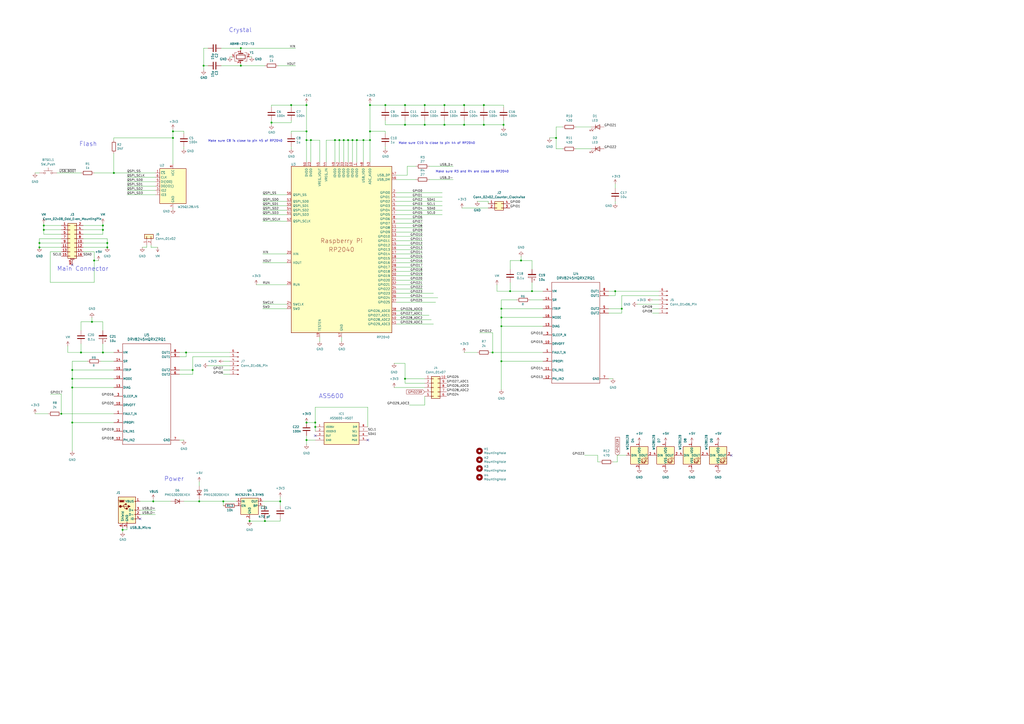
<source format=kicad_sch>
(kicad_sch (version 20250114) (generator "eeschema") (generator_version "9.0")
  (paper "A2")
  (title_block (title "RP2040 Minimal Design Example") (date "2024-01-16") (rev "REV2") (company "Raspberry Pi Ltd"))
  (text "Power" (at 95.25 279.4 0) (effects (font (size 2.54 2.54)) (justify left bottom)))
  (text "Crystal" (at 132.715 19.05 0) (effects (font (size 2.54 2.54)) (justify left bottom)))
  (text "Make sure C8 is close to pin 45 of RP2040" (at 120.65 82.55 0) (effects (font (size 1.27 1.27)) (justify left bottom)))
  (text "Make sure C10 is close to pin 44 of RP2040" (at 231.14 83.82 0) (effects (font (size 1.27 1.27)) (justify left bottom)))
  (text "Main Connector" (at 33.02 157.48 0) (effects (font (size 2.54 2.54)) (justify left bottom)))
  (text "Make sure R3 and R4 are close to RP2040" (at 252.73 100.33 0) (effects (font (size 1.27 1.27)) (justify left bottom)))
  (text "AS5600" (at 184.912 231.394 0) (effects (font (size 2.54 2.54)) (justify left bottom)))
  (text "Flash" (at 45.974 85.09 0) (effects (font (size 2.54 2.54)) (justify left bottom)))
  (junction (at 153.67 302.26))
  (junction (at 201.93 81.28))
  (junction (at 182.88 245.11))
  (junction (at 199.39 81.28))
  (junction (at 290.83 179.07))
  (junction (at 22.86 143.51))
  (junction (at 62.23 140.97))
  (junction (at 100.33 80.01))
  (junction (at 46.99 204.47))
  (junction (at 177.8 76.2))
  (junction (at 356.87 168.91))
  (junction (at 214.63 76.2))
  (junction (at 59.69 133.35))
  (junction (at 168.91 60.96))
  (junction (at 35.56 240.03))
  (junction (at 118.11 38.1))
  (junction (at 223.52 60.96))
  (junction (at 246.38 72.39))
  (junction (at 257.81 60.96))
  (junction (at 290.83 184.15))
  (junction (at 139.7 27.94))
  (junction (at 246.38 60.96))
  (junction (at 177.8 81.28))
  (junction (at 41.91 219.71))
  (junction (at 53.34 186.69))
  (junction (at 322.58 80.01))
  (junction (at 180.34 81.28))
  (junction (at 204.47 81.28))
  (junction (at 157.48 71.12))
  (junction (at 295.91 168.91))
  (junction (at 41.91 214.63))
  (junction (at 285.75 204.47))
  (junction (at 280.67 60.96))
  (junction (at 290.83 209.55))
  (junction (at 41.91 245.11))
  (junction (at 292.1 72.39))
  (junction (at 139.7 38.1))
  (junction (at 302.26 151.13))
  (junction (at 234.95 219.71))
  (junction (at 22.86 140.97))
  (junction (at 88.9 290.83))
  (junction (at 162.56 290.83))
  (junction (at 257.81 72.39))
  (junction (at 41.91 224.79))
  (junction (at 129.54 290.83))
  (junction (at 100.33 76.2))
  (junction (at 177.8 255.27))
  (junction (at 25.4 133.35))
  (junction (at 115.57 290.83))
  (junction (at 25.4 130.81))
  (junction (at 71.12 307.34))
  (junction (at 107.95 204.47))
  (junction (at 62.23 143.51))
  (junction (at 177.8 245.11))
  (junction (at 177.8 60.96))
  (junction (at 234.95 72.39))
  (junction (at 269.24 72.39))
  (junction (at 182.88 247.65))
  (junction (at 59.69 204.47))
  (junction (at 144.78 302.26))
  (junction (at 207.01 81.28))
  (junction (at 214.63 81.28))
  (junction (at 66.04 100.33))
  (junction (at 360.68 179.07))
  (junction (at 59.69 130.81))
  (junction (at 196.85 81.28))
  (junction (at 214.63 60.96))
  (junction (at 290.83 189.23))
  (junction (at 194.31 81.28))
  (junction (at 269.24 60.96))
  (junction (at 280.67 72.39))
  (junction (at 111.76 214.63))
  (junction (at 308.61 168.91))
  (junction (at 210.82 81.28))
  (junction (at 54.61 151.13))
  (junction (at 234.95 60.96))
  (no_connect (at 41.91 153.67))
  (no_connect (at 424.18 264.16))
  (no_connect (at 182.88 252.73))
  (no_connect (at 81.28 300.99))
  (no_connect (at 213.36 255.27))
  (wire (pts (xy 299.72 173.99) (xy 290.83 173.99)))
  (wire (pts (xy 177.8 81.28) (xy 177.8 93.98)))
  (wire (pts (xy 285.75 193.04) (xy 285.75 204.47)))
  (wire (pts (xy 229.87 137.16) (xy 245.11 137.16)))
  (wire (pts (xy 177.8 245.11) (xy 182.88 245.11)))
  (wire (pts (xy 267.97 120.65) (xy 283.21 120.65)))
  (wire (pts (xy 157.48 71.12) (xy 168.91 71.12)))
  (wire (pts (xy 236.22 96.52) (xy 236.22 101.6)))
  (wire (pts (xy 88.9 290.83) (xy 99.06 290.83)))
  (wire (pts (xy 237.49 234.95) (xy 246.38 234.95)))
  (wire (pts (xy 295.91 168.91) (xy 308.61 168.91)))
  (wire (pts (xy 246.38 60.96) (xy 257.81 60.96)))
  (wire (pts (xy 162.56 293.37) (xy 162.56 290.83)))
  (wire (pts (xy 269.24 204.47) (xy 276.86 204.47)))
  (wire (pts (xy 48.26 135.89) (xy 59.69 135.89)))
  (wire (pts (xy 234.95 210.82) (xy 234.95 219.71)))
  (wire (pts (xy 207.01 81.28) (xy 210.82 81.28)))
  (wire (pts (xy 41.91 219.71) (xy 66.04 219.71)))
  (wire (pts (xy 290.83 189.23) (xy 314.96 189.23)))
  (wire (pts (xy 104.14 217.17) (xy 111.76 217.17)))
  (wire (pts (xy 182.88 236.22) (xy 182.88 245.11)))
  (wire (pts (xy 290.83 179.07) (xy 290.83 184.15)))
  (wire (pts (xy 356.87 116.84) (xy 356.87 118.11)))
  (wire (pts (xy 90.17 113.03) (xy 73.66 113.03)))
  (wire (pts (xy 129.54 209.55) (xy 133.35 209.55)))
  (wire (pts (xy 246.38 62.23) (xy 246.38 60.96)))
  (wire (pts (xy 177.8 59.69) (xy 177.8 60.96)))
  (wire (pts (xy 25.4 135.89) (xy 25.4 133.35)))
  (wire (pts (xy 229.87 149.86) (xy 245.11 149.86)))
  (wire (pts (xy 322.58 86.36) (xy 326.39 86.36)))
  (wire (pts (xy 100.33 76.2) (xy 100.33 80.01)))
  (wire (pts (xy 104.14 214.63) (xy 111.76 214.63)))
  (wire (pts (xy 39.37 200.66) (xy 39.37 204.47)))
  (wire (pts (xy 25.4 129.54) (xy 25.4 130.81)))
  (wire (pts (xy 194.31 81.28) (xy 196.85 81.28)))
  (wire (pts (xy 229.87 170.18) (xy 251.46 170.18)))
  (wire (pts (xy 88.9 289.56) (xy 88.9 290.83)))
  (wire (pts (xy 229.87 104.14) (xy 241.3 104.14)))
  (wire (pts (xy 91.44 143.51) (xy 87.63 143.51)))
  (wire (pts (xy 326.39 73.66) (xy 322.58 73.66)))
  (wire (pts (xy 360.68 179.07) (xy 360.68 171.45)))
  (wire (pts (xy 53.34 184.15) (xy 53.34 186.69)))
  (wire (pts (xy 276.86 116.84) (xy 283.21 116.84)))
  (wire (pts (xy 229.87 111.76) (xy 256.54 111.76)))
  (wire (pts (xy 358.14 267.97) (xy 358.14 264.16)))
  (wire (pts (xy 318.77 80.01) (xy 322.58 80.01)))
  (wire (pts (xy 29.21 228.6) (xy 35.56 228.6)))
  (wire (pts (xy 73.66 102.87) (xy 90.17 102.87)))
  (wire (pts (xy 41.91 224.79) (xy 66.04 224.79)))
  (wire (pts (xy 100.33 74.93) (xy 100.33 76.2)))
  (wire (pts (xy 355.6 267.97) (xy 358.14 267.97)))
  (wire (pts (xy 248.92 96.52) (xy 262.89 96.52)))
  (wire (pts (xy 185.42 93.98) (xy 185.42 81.28)))
  (wire (pts (xy 35.56 140.97) (xy 22.86 140.97)))
  (wire (pts (xy 314.96 179.07) (xy 290.83 179.07)))
  (wire (pts (xy 246.38 69.85) (xy 246.38 72.39)))
  (wire (pts (xy 46.99 199.39) (xy 46.99 204.47)))
  (wire (pts (xy 229.87 116.84) (xy 256.54 116.84)))
  (wire (pts (xy 177.8 76.2) (xy 177.8 81.28)))
  (wire (pts (xy 129.54 290.83) (xy 137.16 290.83)))
  (wire (pts (xy 22.86 140.97) (xy 22.86 143.51)))
  (wire (pts (xy 133.35 33.02) (xy 134.62 33.02)))
  (wire (pts (xy 189.23 81.28) (xy 194.31 81.28)))
  (wire (pts (xy 35.56 135.89) (xy 25.4 135.89)))
  (wire (pts (xy 157.48 60.96) (xy 168.91 60.96)))
  (wire (pts (xy 302.26 151.13) (xy 308.61 151.13)))
  (wire (pts (xy 229.87 185.42) (xy 250.19 185.42)))
  (wire (pts (xy 66.04 88.9) (xy 66.04 100.33)))
  (wire (pts (xy 353.06 171.45) (xy 356.87 171.45)))
  (wire (pts (xy 29.21 146.05) (xy 29.21 163.83)))
  (wire (pts (xy 87.63 142.24) (xy 87.63 143.51)))
  (wire (pts (xy 157.48 69.85) (xy 157.48 71.12)))
  (wire (pts (xy 177.8 255.27) (xy 177.8 252.73)))
  (wire (pts (xy 334.01 73.66) (xy 342.9 73.66)))
  (wire (pts (xy 182.88 245.11) (xy 182.88 247.65)))
  (wire (pts (xy 22.86 100.33) (xy 20.32 100.33)))
  (wire (pts (xy 39.37 204.47) (xy 46.99 204.47)))
  (wire (pts (xy 59.69 130.81) (xy 59.69 129.54)))
  (wire (pts (xy 144.78 33.02) (xy 146.05 33.02)))
  (wire (pts (xy 152.4 124.46) (xy 166.37 124.46)))
  (wire (pts (xy 246.38 219.71) (xy 234.95 219.71)))
  (wire (pts (xy 128.27 27.94) (xy 139.7 27.94)))
  (wire (pts (xy 308.61 163.83) (xy 308.61 168.91)))
  (wire (pts (xy 308.61 168.91) (xy 314.96 168.91)))
  (wire (pts (xy 214.63 81.28) (xy 214.63 93.98)))
  (wire (pts (xy 168.91 60.96) (xy 177.8 60.96)))
  (wire (pts (xy 284.48 204.47) (xy 285.75 204.47)))
  (wire (pts (xy 54.61 146.05) (xy 54.61 151.13)))
  (wire (pts (xy 214.63 76.2) (xy 223.52 76.2)))
  (wire (pts (xy 48.26 133.35) (xy 59.69 133.35)))
  (wire (pts (xy 100.33 121.285) (xy 100.33 120.65)))
  (wire (pts (xy 153.67 302.26) (xy 153.67 300.99)))
  (wire (pts (xy 360.68 181.61) (xy 360.68 179.07)))
  (wire (pts (xy 199.39 93.98) (xy 199.39 81.28)))
  (wire (pts (xy 358.14 264.16) (xy 363.22 264.16)))
  (wire (pts (xy 81.28 295.91) (xy 90.17 295.91)))
  (wire (pts (xy 177.8 60.96) (xy 177.8 76.2)))
  (wire (pts (xy 295.91 151.13) (xy 302.26 151.13)))
  (wire (pts (xy 210.82 81.28) (xy 214.63 81.28)))
  (wire (pts (xy 152.4 119.38) (xy 166.37 119.38)))
  (wire (pts (xy 59.69 199.39) (xy 59.69 204.47)))
  (wire (pts (xy 334.01 86.36) (xy 342.9 86.36)))
  (wire (pts (xy 269.24 62.23) (xy 269.24 60.96)))
  (wire (pts (xy 378.46 179.07) (xy 382.27 179.07)))
  (wire (pts (xy 196.85 81.28) (xy 199.39 81.28)))
  (wire (pts (xy 90.17 107.95) (xy 73.66 107.95)))
  (wire (pts (xy 153.67 302.26) (xy 162.56 302.26)))
  (wire (pts (xy 111.76 207.01) (xy 111.76 214.63)))
  (wire (pts (xy 223.52 62.23) (xy 223.52 60.96)))
  (wire (pts (xy 378.46 173.99) (xy 382.27 173.99)))
  (wire (pts (xy 41.91 209.55) (xy 41.91 214.63)))
  (wire (pts (xy 22.86 143.51) (xy 35.56 143.51)))
  (wire (pts (xy 214.63 60.96) (xy 223.52 60.96)))
  (wire (pts (xy 106.68 76.2) (xy 100.33 76.2)))
  (wire (pts (xy 207.01 81.28) (xy 207.01 93.98)))
  (wire (pts (xy 115.57 279.4) (xy 115.57 281.94)))
  (wire (pts (xy 196.85 93.98) (xy 196.85 81.28)))
  (wire (pts (xy 73.66 306.07) (xy 73.66 307.34)))
  (wire (pts (xy 139.7 36.83) (xy 139.7 38.1)))
  (wire (pts (xy 118.11 38.1) (xy 118.11 40.64)))
  (wire (pts (xy 285.75 204.47) (xy 314.96 204.47)))
  (wire (pts (xy 295.91 156.21) (xy 295.91 151.13)))
  (wire (pts (xy 229.87 101.6) (xy 236.22 101.6)))
  (wire (pts (xy 290.83 209.55) (xy 290.83 189.23)))
  (wire (pts (xy 129.54 214.63) (xy 133.35 214.63)))
  (wire (pts (xy 104.14 207.01) (xy 107.95 207.01)))
  (wire (pts (xy 144.78 302.26) (xy 153.67 302.26)))
  (wire (pts (xy 214.63 60.96) (xy 214.63 76.2)))
  (wire (pts (xy 166.37 152.4) (xy 152.4 152.4)))
  (wire (pts (xy 48.26 143.51) (xy 62.23 143.51)))
  (wire (pts (xy 166.37 113.03) (xy 152.4 113.03)))
  (wire (pts (xy 269.24 60.96) (xy 280.67 60.96)))
  (wire (pts (xy 292.1 69.85) (xy 292.1 72.39)))
  (wire (pts (xy 161.29 38.1) (xy 171.45 38.1)))
  (wire (pts (xy 356.87 168.91) (xy 382.27 168.91)))
  (wire (pts (xy 229.87 147.32) (xy 245.11 147.32)))
  (wire (pts (xy 229.87 127) (xy 245.11 127)))
  (wire (pts (xy 182.88 247.65) (xy 182.88 250.19)))
  (wire (pts (xy 168.91 71.12) (xy 168.91 69.85)))
  (wire (pts (xy 234.95 62.23) (xy 234.95 60.96)))
  (wire (pts (xy 48.26 138.43) (xy 62.23 138.43)))
  (wire (pts (xy 234.95 72.39) (xy 223.52 72.39)))
  (wire (pts (xy 229.87 180.34) (xy 245.11 180.34)))
  (wire (pts (xy 308.61 151.13) (xy 308.61 156.21)))
  (wire (pts (xy 20.32 240.03) (xy 27.94 240.03)))
  (wire (pts (xy 228.6 210.82) (xy 234.95 210.82)))
  (wire (pts (xy 25.4 130.81) (xy 25.4 133.35)))
  (wire (pts (xy 252.73 175.26) (xy 229.87 175.26)))
  (wire (pts (xy 214.63 76.2) (xy 214.63 81.28)))
  (wire (pts (xy 111.76 207.01) (xy 133.35 207.01)))
  (wire (pts (xy 29.21 163.83) (xy 54.61 163.83)))
  (wire (pts (xy 152.4 290.83) (xy 162.56 290.83)))
  (wire (pts (xy 214.63 59.69) (xy 214.63 60.96)))
  (wire (pts (xy 50.8 209.55) (xy 41.91 209.55)))
  (wire (pts (xy 229.87 129.54) (xy 245.11 129.54)))
  (wire (pts (xy 168.91 77.47) (xy 168.91 76.2)))
  (wire (pts (xy 90.17 110.49) (xy 73.66 110.49)))
  (wire (pts (xy 234.95 60.96) (xy 246.38 60.96)))
  (wire (pts (xy 378.46 181.61) (xy 382.27 181.61)))
  (wire (pts (xy 246.38 234.95) (xy 246.38 229.87)))
  (wire (pts (xy 54.61 100.33) (xy 66.04 100.33)))
  (wire (pts (xy 62.23 140.97) (xy 62.23 143.51)))
  (wire (pts (xy 71.12 306.07) (xy 71.12 307.34)))
  (wire (pts (xy 290.83 184.15) (xy 314.96 184.15)))
  (wire (pts (xy 234.95 222.25) (xy 246.38 222.25)))
  (wire (pts (xy 229.87 187.96) (xy 251.46 187.96)))
  (wire (pts (xy 104.14 204.47) (xy 107.95 204.47)))
  (wire (pts (xy 290.83 226.06) (xy 290.83 209.55)))
  (wire (pts (xy 41.91 245.11) (xy 41.91 224.79)))
  (wire (pts (xy 148.59 165.1) (xy 166.37 165.1)))
  (wire (pts (xy 115.57 289.56) (xy 115.57 290.83)))
  (wire (pts (xy 234.95 69.85) (xy 234.95 72.39)))
  (wire (pts (xy 288.29 168.91) (xy 295.91 168.91)))
  (wire (pts (xy 162.56 288.29) (xy 162.56 290.83)))
  (wire (pts (xy 180.34 93.98) (xy 180.34 81.28)))
  (wire (pts (xy 144.78 302.26) (xy 144.78 300.99)))
  (wire (pts (xy 280.67 72.39) (xy 292.1 72.39)))
  (wire (pts (xy 73.66 307.34) (xy 71.12 307.34)))
  (wire (pts (xy 48.26 140.97) (xy 62.23 140.97)))
  (wire (pts (xy 322.58 80.01) (xy 322.58 86.36)))
  (wire (pts (xy 153.67 293.37) (xy 152.4 293.37)))
  (wire (pts (xy 269.24 69.85) (xy 269.24 72.39)))
  (wire (pts (xy 48.26 146.05) (xy 54.61 146.05)))
  (wire (pts (xy 223.52 60.96) (xy 234.95 60.96)))
  (wire (pts (xy 35.56 138.43) (xy 22.86 138.43)))
  (wire (pts (xy 223.52 85.09) (xy 223.52 86.36)))
  (wire (pts (xy 229.87 132.08) (xy 245.11 132.08)))
  (wire (pts (xy 204.47 93.98) (xy 204.47 81.28)))
  (wire (pts (xy 128.27 38.1) (xy 139.7 38.1)))
  (wire (pts (xy 120.65 38.1) (xy 118.11 38.1)))
  (wire (pts (xy 46.99 204.47) (xy 59.69 204.47)))
  (wire (pts (xy 139.7 38.1) (xy 153.67 38.1)))
  (wire (pts (xy 59.69 186.69) (xy 59.69 191.77)))
  (wire (pts (xy 307.34 173.99) (xy 314.96 173.99)))
  (wire (pts (xy 229.87 119.38) (xy 256.54 119.38)))
  (wire (pts (xy 107.95 207.01) (xy 107.95 204.47)))
  (wire (pts (xy 292.1 62.23) (xy 292.1 60.96)))
  (wire (pts (xy 166.37 179.07) (xy 152.4 179.07)))
  (wire (pts (xy 199.39 81.28) (xy 201.93 81.28)))
  (wire (pts (xy 292.1 72.39) (xy 292.1 73.66)))
  (wire (pts (xy 356.87 106.68) (xy 356.87 109.22)))
  (wire (pts (xy 229.87 157.48) (xy 245.11 157.48)))
  (wire (pts (xy 295.91 163.83) (xy 295.91 168.91)))
  (wire (pts (xy 346.71 264.16) (xy 339.09 264.16)))
  (wire (pts (xy 360.68 171.45) (xy 382.27 171.45)))
  (wire (pts (xy 166.37 128.27) (xy 152.4 128.27)))
  (wire (pts (xy 111.76 214.63) (xy 111.76 217.17)))
  (wire (pts (xy 198.12 195.58) (xy 198.12 198.12)))
  (wire (pts (xy 168.91 76.2) (xy 177.8 76.2)))
  (wire (pts (xy 229.87 154.94) (xy 245.11 154.94)))
  (wire (pts (xy 90.17 105.41) (xy 73.66 105.41)))
  (wire (pts (xy 246.38 72.39) (xy 234.95 72.39)))
  (wire (pts (xy 129.54 290.83) (xy 129.54 293.37)))
  (wire (pts (xy 223.52 69.85) (xy 223.52 72.39)))
  (wire (pts (xy 185.42 195.58) (xy 185.42 198.12)))
  (wire (pts (xy 22.86 138.43) (xy 22.86 140.97)))
  (wire (pts (xy 229.87 160.02) (xy 245.11 160.02)))
  (wire (pts (xy 54.61 151.13) (xy 57.15 151.13)))
  (wire (pts (xy 120.65 27.94) (xy 118.11 27.94)))
  (wire (pts (xy 229.87 139.7) (xy 245.11 139.7)))
  (wire (pts (xy 41.91 214.63) (xy 41.91 219.71)))
  (wire (pts (xy 229.87 165.1) (xy 245.11 165.1)))
  (wire (pts (xy 35.56 240.03) (xy 66.04 240.03)))
  (wire (pts (xy 59.69 133.35) (xy 59.69 130.81)))
  (wire (pts (xy 120.65 212.09) (xy 133.35 212.09)))
  (wire (pts (xy 180.34 81.28) (xy 177.8 81.28)))
  (wire (pts (xy 104.14 255.27) (xy 106.68 255.27)))
  (wire (pts (xy 248.92 104.14) (xy 262.89 104.14)))
  (wire (pts (xy 41.91 219.71) (xy 41.91 224.79)))
  (wire (pts (xy 353.06 168.91) (xy 356.87 168.91)))
  (wire (pts (xy 229.87 144.78) (xy 245.11 144.78)))
  (wire (pts (xy 353.06 179.07) (xy 360.68 179.07)))
  (wire (pts (xy 58.42 209.55) (xy 66.04 209.55)))
  (wire (pts (xy 280.67 72.39) (xy 269.24 72.39)))
  (wire (pts (xy 118.11 27.94) (xy 118.11 38.1)))
  (wire (pts (xy 346.71 267.97) (xy 346.71 264.16)))
  (wire (pts (xy 46.99 191.77) (xy 46.99 186.69)))
  (wire (pts (xy 290.83 184.15) (xy 290.83 189.23)))
  (wire (pts (xy 288.29 165.1) (xy 288.29 168.91)))
  (wire (pts (xy 139.7 29.21) (xy 139.7 27.94)))
  (wire (pts (xy 152.4 116.84) (xy 166.37 116.84)))
  (wire (pts (xy 353.06 219.71) (xy 355.6 219.71)))
  (wire (pts (xy 29.21 146.05) (xy 35.56 146.05)))
  (wire (pts (xy 228.6 224.79) (xy 246.38 224.79)))
  (wire (pts (xy 201.93 81.28) (xy 204.47 81.28)))
  (wire (pts (xy 229.87 134.62) (xy 245.11 134.62)))
  (wire (pts (xy 229.87 152.4) (xy 245.11 152.4)))
  (wire (pts (xy 157.48 62.23) (xy 157.48 60.96)))
  (wire (pts (xy 115.57 290.83) (xy 129.54 290.83)))
  (wire (pts (xy 236.22 96.52) (xy 241.3 96.52)))
  (wire (pts (xy 62.23 138.43) (xy 62.23 140.97)))
  (wire (pts (xy 106.68 85.09) (xy 106.68 86.36)))
  (wire (pts (xy 157.48 71.12) (xy 157.48 72.39)))
  (wire (pts (xy 280.67 69.85) (xy 280.67 72.39)))
  (wire (pts (xy 152.4 147.32) (xy 166.37 147.32)))
  (wire (pts (xy 33.02 100.33) (xy 46.99 100.33)))
  (wire (pts (xy 35.56 130.81) (xy 25.4 130.81)))
  (wire (pts (xy 229.87 142.24) (xy 245.11 142.24)))
  (wire (pts (xy 257.81 60.96) (xy 269.24 60.96)))
  (wire (pts (xy 162.56 302.26) (xy 162.56 300.99)))
  (wire (pts (xy 106.68 290.83) (xy 115.57 290.83)))
  (wire (pts (xy 223.52 77.47) (xy 223.52 76.2)))
  (wire (pts (xy 82.55 143.51) (xy 85.09 143.51)))
  (wire (pts (xy 152.4 121.92) (xy 166.37 121.92)))
  (wire (pts (xy 229.87 124.46) (xy 256.54 124.46)))
  (wire (pts (xy 229.87 167.64) (xy 245.11 167.64)))
  (wire (pts (xy 229.87 114.3) (xy 256.54 114.3)))
  (wire (pts (xy 257.81 72.39) (xy 246.38 72.39)))
  (wire (pts (xy 54.61 163.83) (xy 54.61 151.13)))
  (wire (pts (xy 59.69 135.89) (xy 59.69 133.35)))
  (wire (pts (xy 35.56 240.03) (xy 35.56 228.6)))
  (wire (pts (xy 106.68 77.47) (xy 106.68 76.2)))
  (wire (pts (xy 269.24 72.39) (xy 257.81 72.39)))
  (wire (pts (xy 356.87 171.45) (xy 356.87 168.91)))
  (wire (pts (xy 290.83 209.55) (xy 314.96 209.55)))
  (wire (pts (xy 35.56 133.35) (xy 25.4 133.35)))
  (wire (pts (xy 48.26 130.81) (xy 59.69 130.81)))
  (wire (pts (xy 204.47 81.28) (xy 207.01 81.28)))
  (wire (pts (xy 66.04 100.33) (xy 90.17 100.33)))
  (wire (pts (xy 194.31 93.98) (xy 194.31 81.28)))
  (wire (pts (xy 213.36 236.22) (xy 213.36 247.65)))
  (wire (pts (xy 107.95 204.47) (xy 133.35 204.47)))
  (wire (pts (xy 81.28 290.83) (xy 88.9 290.83)))
  (wire (pts (xy 278.13 193.04) (xy 285.75 193.04)))
  (wire (pts (xy 66.04 214.63) (xy 41.91 214.63)))
  (wire (pts (xy 182.88 236.22) (xy 213.36 236.22)))
  (wire (pts (xy 353.06 181.61) (xy 360.68 181.61)))
  (wire (pts (xy 41.91 261.62) (xy 41.91 245.11)))
  (wire (pts (xy 201.93 93.98) (xy 201.93 81.28)))
  (wire (pts (xy 177.8 255.27) (xy 182.88 255.27)))
  (wire (pts (xy 168.91 62.23) (xy 168.91 60.96)))
  (wire (pts (xy 254 172.72) (xy 229.87 172.72)))
  (wire (pts (xy 290.83 173.99) (xy 290.83 179.07)))
  (wire (pts (xy 185.42 81.28) (xy 180.34 81.28)))
  (wire (pts (xy 283.21 116.84) (xy 283.21 118.11)))
  (wire (pts (xy 280.67 60.96) (xy 292.1 60.96)))
  (wire (pts (xy 280.67 62.23) (xy 280.67 60.96)))
  (wire (pts (xy 85.09 143.51) (xy 85.09 142.24)))
  (wire (pts (xy 129.54 217.17) (xy 133.35 217.17)))
  (wire (pts (xy 346.71 267.97) (xy 347.98 267.97)))
  (wire (pts (xy 257.81 69.85) (xy 257.81 72.39)))
  (wire (pts (xy 229.87 162.56) (xy 245.11 162.56)))
  (wire (pts (xy 177.8 257.81) (xy 177.8 255.27)))
  (wire (pts (xy 210.82 93.98) (xy 210.82 81.28)))
  (wire (pts (xy 257.81 62.23) (xy 257.81 60.96)))
  (wire (pts (xy 59.69 204.47) (xy 66.04 204.47)))
  (wire (pts (xy 166.37 176.53) (xy 152.4 176.53)))
  (wire (pts (xy 234.95 219.71) (xy 234.95 222.25)))
  (wire (pts (xy 322.58 73.66) (xy 322.58 80.01)))
  (wire (pts (xy 46.99 186.69) (xy 53.34 186.69)))
  (wire (pts (xy 41.91 245.11) (xy 66.04 245.11)))
  (wire (pts (xy 189.23 93.98) (xy 189.23 81.28)))
  (wire (pts (xy 168.91 85.09) (xy 168.91 86.36)))
  (wire (pts (xy 71.12 307.34) (xy 71.12 308.61)))
  (wire (pts (xy 66.04 81.28) (xy 66.04 80.01)))
  (wire (pts (xy 66.04 80.01) (xy 100.33 80.01)))
  (wire (pts (xy 229.87 182.88) (xy 248.92 182.88)))
  (wire (pts (xy 229.87 121.92) (xy 256.54 121.92)))
  (wire (pts (xy 369.57 176.53) (xy 382.27 176.53)))
  (wire (pts (xy 81.28 298.45) (xy 90.17 298.45)))
  (wire (pts (xy 100.33 80.01) (xy 100.33 95.25)))
  (wire (pts (xy 53.34 186.69) (xy 59.69 186.69)))
  (wire (pts (xy 302.26 148.59) (xy 302.26 151.13)))
  (wire (pts (xy 139.7 27.94) (xy 171.45 27.94)))
  (label "XOUT" (at 171.45 38.1 180))
  (label "GPIO15" (at 314.96 199.39 180))
  (label "SCL0" (at 247.65 124.46 0))
  (label "USB_D-" (at 90.17 298.45 180))
  (label "GPIO23" (at 339.09 264.16 180))
  (label "QSPI_SS" (at 73.66 100.33 0))
  (label "QSPI_SD3" (at 73.66 113.03 0))
  (label "SDA1" (at 213.36 252.73 0))
  (label "QSPI_SD2" (at 152.4 121.92 0))
  (label "GPIO10" (at 314.96 194.31 180))
  (label "USB_D-" (at 262.89 104.14 180))
  (label "GPIO4" (at 245.11 121.92 180))
  (label "GPIO28_ADC2" (at 259.08 227.33 0))
  (label "SDA0" (at 48.26 148.59 0))
  (label "GPIO16" (at 66.04 229.87 180))
  (label "RUN" (at 152.4 165.1 0))
  (label "GPIO12" (at 278.13 193.04 0))
  (label "XOUT" (at 152.4 152.4 0))
  (label "GPIO20" (at 66.04 234.95 180))
  (label "GPIO29_ADC3" (at 245.11 187.96 180))
  (label "QSPI_SD1" (at 152.4 119.38 0))
  (label "GPIO13" (at 245.11 144.78 180))
  (label "GPIO19" (at 66.04 250.19 180))
  (label "GPIO6" (at 245.11 127 180))
  (label "USB_D+" (at 262.89 96.52 180))
  (label "GPIO29_ADC3" (at 237.49 234.95 180))
  (label "SWD" (at 152.4 179.07 0))
  (label "GPIO20" (at 245.11 162.56 180))
  (label "QSPI_SD1" (at 73.66 107.95 0))
  (label "QSPI_SD3" (at 152.4 124.46 0))
  (label "SCL0" (at 35.56 148.59 180))
  (label "GPIO24" (at 259.08 229.87 0))
  (label "GPIO18" (at 245.11 157.48 180))
  (label "GPIO25" (at 245.11 175.26 180))
  (label "SDA1" (at 247.65 116.84 0))
  (label "GPIO27_ADC1" (at 259.08 222.25 0))
  (label "GPIO25" (at 259.08 219.71 0))
  (label "GPIO0" (at 245.11 111.76 180))
  (label "GPIO8" (at 378.46 181.61 180))
  (label "GPIO21" (at 245.11 165.1 180))
  (label "GPIO11" (at 245.11 139.7 180))
  (label "GPIO9" (at 378.46 179.07 180))
  (label "GPIO27_ADC1" (at 245.11 182.88 180))
  (label "GPIO18" (at 66.04 255.27 180))
  (label "GPIO7" (at 129.54 214.63 180))
  (label "GPIO1" (at 245.11 114.3 180))
  (label "XIN" (at 171.45 27.94 180))
  (label "USB_D+" (at 90.17 295.91 180))
  (label "GPIO13" (at 314.96 219.71 180))
  (label "GPIO14" (at 245.11 147.32 180))
  (label "GPIO3" (at 245.11 119.38 180))
  (label "GPIO10" (at 245.11 137.16 180))
  (label "GPIO23" (at 245.11 170.18 180))
  (label "SWCLK" (at 152.4 176.53 0))
  (label "SDA0" (at 247.65 121.92 0))
  (label "GPIO22" (at 350.52 86.36 0))
  (label "SCL1" (at 247.65 119.38 0))
  (label "QSPI_SCLK" (at 152.4 128.27 0))
  (label "QSPI_SD0" (at 152.4 116.84 0))
  (label "GPIO17" (at 245.11 154.94 180))
  (label "GPIO2" (at 245.11 116.84 180))
  (label "GPIO9" (at 245.11 134.62 180))
  (label "GPIO0" (at 295.91 118.11 0))
  (label "GPIO15" (at 245.11 149.86 180))
  (label "GPIO12" (at 245.11 142.24 180))
  (label "GPIO24" (at 245.11 172.72 180))
  (label "GPIO5" (at 245.11 124.46 180))
  (label "GPIO22" (at 245.11 167.64 180))
  (label "GPIO19" (at 245.11 160.02 180))
  (label "QSPI_SS" (at 152.4 113.03 0))
  (label "QSPI_SD2" (at 73.66 110.49 0))
  (label "GPIO1" (at 295.91 120.65 0))
  (label "QSPI_SD0" (at 73.66 105.41 0))
  (label "GPIO14" (at 314.96 214.63 180))
  (label "QSPI_SCLK" (at 73.66 102.87 0))
  (label "SCL1" (at 213.36 250.19 0))
  (label "~{USB_BOOT}" (at 34.29 100.33 0))
  (label "GPIO26_ADC0" (at 259.08 224.79 0))
  (label "GPIO21" (at 350.52 73.66 0))
  (label "GPIO26_ADC0" (at 245.11 180.34 180))
  (label "GPIO28_ADC2" (at 245.11 185.42 180))
  (label "GPIO16" (at 245.11 152.4 180))
  (label "GPIO8" (at 245.11 132.08 180))
  (label "XIN" (at 152.4 147.32 0))
  (label "GPIO6" (at 129.54 217.17 180))
  (label "GPIO7" (at 245.11 129.54 180))
  (label "GPIO17" (at 29.21 228.6 0))
  (global_label "GPIO23R" (shape input) (at 358.14 264.16 90) (property "Intersheetrefs" "${INTERSHEET_REFS}" (effects (hide yes))))
  (global_label "GPIO23R" (shape input) (at 246.38 227.33 180) (property "Intersheetrefs" "${INTERSHEET_REFS}" (effects (hide yes))))
  (symbol (lib_id "MCU_RaspberryPi_RP2040:RP2040") (at 198.12 144.78 0) (unit 1)
    (property "Reference" "U3" (at 170.18 95.25 0))
    (property "Value" "RP2040" (at 222.25 195.58 0))
    (property "Footprint" "RP2040_minimal:RP2040-QFN-56" (effects (hide yes)))
  )
  (symbol (lib_id "Memory_Flash:W25Q128JVS") (at 100.33 107.95 0) (unit 1)
    (property "Reference" "U2" (at 93.98 95.885 0))
    (property "Value" "W25Q128JVS" (at 109.22 120.015 0))
    (property "Footprint" "Package_SO:SOIC-8_5.3x5.3mm_P1.27mm" (effects (hide yes)))
    (property "Datasheet" "http://www.winbond.com/resource-files/w25q128jv_dtr%20revc%2003272018%20plus.pdf" (effects (hide yes)))
  )
  (symbol (lib_id "power:+3V3") (at 100.33 74.93 0) (unit 1)
    (property "Reference" "#PWR07" (effects (hide yes)))
    (property "Value" "+3V3" (at 100.711 70.5358 0))
  )
  (symbol (lib_id "power:GND") (at 100.33 121.285 0) (unit 1)
    (property "Reference" "#PWR08" (effects (hide yes)))
    (property "Value" "GND" (at 96.52 122.555 0))
  )
  (symbol (lib_id "Device:R") (at 66.04 85.09 0) (unit 1)
    (property "Reference" "R2" (at 67.818 83.9216 0) (effects (justify left)))
    (property "Value" "DNF" (at 67.818 86.233 0) (effects (justify left)))
    (property "Footprint" "Resistor_SMD:R_0603_1608Metric_Pad0.98x0.95mm_HandSolder" (effects (hide yes)))
  )
  (symbol (lib_id "Device:R") (at 50.8 100.33 270) (unit 1)
    (property "Reference" "R1" (at 50.8 95.0722 90))
    (property "Value" "1k" (at 50.8 97.3836 90))
    (property "Footprint" "Resistor_SMD:R_0603_1608Metric_Pad0.98x0.95mm_HandSolder" (effects (hide yes)))
  )
  (symbol (lib_id "Device:C") (at 106.68 81.28 0) (unit 1)
    (property "Reference" "C5" (at 109.601 80.1116 0) (effects (justify left)))
    (property "Value" "100n" (at 109.601 82.423 0) (effects (justify left)))
    (property "Footprint" "Capacitor_SMD:C_0603_1608Metric_Pad1.08x0.95mm_HandSolder" (effects (hide yes)))
  )
  (symbol (lib_id "power:GND") (at 106.68 86.36 0) (unit 1)
    (property "Reference" "#PWR011" (effects (hide yes)))
    (property "Value" "GND" (at 110.49 87.63 0))
  )
  (symbol (lib_id "Connector:USB_B_Micro") (at 73.66 295.91 0) (unit 1)
    (property "Reference" "J1" (at 69.85 285.75 0) (effects (justify right)))
    (property "Value" "USB_B_Micro" (at 87.63 306.07 0) (effects (justify right)))
    (property "Footprint" "RP2040_minimal:USB_Micro-B_Amphenol_10103594-0001LF_Horizontal_modified" (effects (hide yes)))
  )
  (symbol (lib_id "power:GND") (at 198.12 198.12 0) (unit 1)
    (property "Reference" "#PWR016" (effects (hide yes)))
    (property "Value" "GND" (at 198.247 202.5142 0))
  )
  (symbol (lib_id "power:GND") (at 185.42 198.12 0) (unit 1)
    (property "Reference" "#PWR015" (effects (hide yes)))
    (property "Value" "GND" (at 185.547 202.5142 0))
  )
  (symbol (lib_id "Device:R") (at 245.11 96.52 270) (unit 1)
    (property "Reference" "R3" (at 245.11 91.2622 90))
    (property "Value" "27" (at 245.11 93.5736 90))
    (property "Footprint" "Resistor_SMD:R_0603_1608Metric_Pad0.98x0.95mm_HandSolder" (effects (hide yes)))
  )
  (symbol (lib_id "Device:R") (at 245.11 104.14 270) (unit 1)
    (property "Reference" "R4" (at 245.11 98.8822 90))
    (property "Value" "27" (at 245.11 101.1936 90))
    (property "Footprint" "Resistor_SMD:R_0603_1608Metric_Pad0.98x0.95mm_HandSolder" (effects (hide yes)))
  )
  (symbol (lib_id "power:GND") (at 71.12 308.61 0) (unit 1)
    (property "Reference" "#PWR01" (effects (hide yes)))
    (property "Value" "GND" (at 71.247 313.0042 0))
  )
  (symbol (lib_id "power:+3V3") (at 214.63 59.69 0) (unit 1)
    (property "Reference" "#PWR017" (effects (hide yes)))
    (property "Value" "+3V3" (at 215.011 55.2958 0))
  )
  (symbol (lib_id "power:+1V1") (at 177.8 59.69 0) (unit 1)
    (property "Reference" "#PWR014" (effects (hide yes)))
    (property "Value" "+1V1" (at 178.181 55.2958 0))
  )
  (symbol (lib_id "Device:C") (at 223.52 66.04 0) (unit 1)
    (property "Reference" "C9" (at 226.441 64.8716 0) (effects (justify left)))
    (property "Value" "100n" (at 226.441 67.183 0) (effects (justify left)))
    (property "Footprint" "Capacitor_SMD:C_0603_1608Metric_Pad1.08x0.95mm_HandSolder" (effects (hide yes)))
  )
  (symbol (lib_id "Device:C") (at 234.95 66.04 0) (unit 1)
    (property "Reference" "C11" (at 237.871 64.8716 0) (effects (justify left)))
    (property "Value" "100n" (at 237.871 67.183 0) (effects (justify left)))
    (property "Footprint" "Capacitor_SMD:C_0603_1608Metric_Pad1.08x0.95mm_HandSolder" (effects (hide yes)))
  )
  (symbol (lib_id "Device:C") (at 246.38 66.04 0) (unit 1)
    (property "Reference" "C12" (at 249.301 64.8716 0) (effects (justify left)))
    (property "Value" "100n" (at 249.301 67.183 0) (effects (justify left)))
    (property "Footprint" "Capacitor_SMD:C_0603_1608Metric_Pad1.08x0.95mm_HandSolder" (effects (hide yes)))
  )
  (symbol (lib_id "Device:C") (at 257.81 66.04 0) (unit 1)
    (property "Reference" "C13" (at 260.731 64.8716 0) (effects (justify left)))
    (property "Value" "100n" (at 260.731 67.183 0) (effects (justify left)))
    (property "Footprint" "Capacitor_SMD:C_0603_1608Metric_Pad1.08x0.95mm_HandSolder" (effects (hide yes)))
  )
  (symbol (lib_id "Device:C") (at 269.24 66.04 0) (unit 1)
    (property "Reference" "C14" (at 272.161 64.8716 0) (effects (justify left)))
    (property "Value" "100n" (at 272.161 67.183 0) (effects (justify left)))
    (property "Footprint" "Capacitor_SMD:C_0603_1608Metric_Pad1.08x0.95mm_HandSolder" (effects (hide yes)))
  )
  (symbol (lib_id "Device:C") (at 280.67 66.04 0) (unit 1)
    (property "Reference" "C15" (at 283.591 64.8716 0) (effects (justify left)))
    (property "Value" "100n" (at 283.591 67.183 0) (effects (justify left)))
    (property "Footprint" "Capacitor_SMD:C_0603_1608Metric_Pad1.08x0.95mm_HandSolder" (effects (hide yes)))
  )
  (symbol (lib_id "Device:C") (at 292.1 66.04 0) (unit 1)
    (property "Reference" "C16" (at 295.021 64.8716 0) (effects (justify left)))
    (property "Value" "100n" (at 295.021 67.183 0) (effects (justify left)))
    (property "Footprint" "Capacitor_SMD:C_0603_1608Metric_Pad1.08x0.95mm_HandSolder" (effects (hide yes)))
  )
  (symbol (lib_id "Device:C") (at 157.48 66.04 0) (unit 1)
    (property "Reference" "C6" (at 160.401 64.8716 0) (effects (justify left)))
    (property "Value" "100n" (at 160.401 67.183 0) (effects (justify left)))
    (property "Footprint" "Capacitor_SMD:C_0603_1608Metric_Pad1.08x0.95mm_HandSolder" (effects (hide yes)))
  )
  (symbol (lib_id "Device:C") (at 168.91 66.04 0) (unit 1)
    (property "Reference" "C7" (at 171.831 64.8716 0) (effects (justify left)))
    (property "Value" "100n" (at 171.831 67.183 0) (effects (justify left)))
    (property "Footprint" "Capacitor_SMD:C_0603_1608Metric_Pad1.08x0.95mm_HandSolder" (effects (hide yes)))
  )
  (symbol (lib_id "Device:C") (at 168.91 81.28 0) (unit 1)
    (property "Reference" "C8" (at 171.831 80.1116 0) (effects (justify left)))
    (property "Value" "1u" (at 171.831 82.423 0) (effects (justify left)))
    (property "Footprint" "Capacitor_SMD:C_0603_1608Metric_Pad1.08x0.95mm_HandSolder" (effects (hide yes)))
  )
  (symbol (lib_id "Device:C") (at 223.52 81.28 0) (unit 1)
    (property "Reference" "C10" (at 226.441 80.1116 0) (effects (justify left)))
    (property "Value" "1u" (at 226.441 82.423 0) (effects (justify left)))
    (property "Footprint" "Capacitor_SMD:C_0603_1608Metric_Pad1.08x0.95mm_HandSolder" (effects (hide yes)))
  )
  (symbol (lib_id "Mechanical:MountingHole") (at 278.13 261.62 0) (unit 1)
    (property "Reference" "H1" (at 280.67 260.4516 0) (effects (justify left)))
    (property "Value" "MountingHole" (at 280.67 262.763 0) (effects (justify left)))
    (property "Footprint" "MountingHole:MountingHole_3.2mm_M3_DIN965_Pad_TopBottom" (effects (hide yes)))
  )
  (symbol (lib_id "Mechanical:MountingHole") (at 278.13 266.7 0) (unit 1)
    (property "Reference" "H2" (at 280.67 265.5316 0) (effects (justify left)))
    (property "Value" "MountingHole" (at 280.67 267.843 0) (effects (justify left)))
    (property "Footprint" "MountingHole:MountingHole_3.2mm_M3_DIN965_Pad_TopBottom" (effects (hide yes)))
  )
  (symbol (lib_id "Mechanical:MountingHole") (at 278.13 271.78 0) (unit 1)
    (property "Reference" "H3" (at 280.67 270.6116 0) (effects (justify left)))
    (property "Value" "MountingHole" (at 280.67 272.923 0) (effects (justify left)))
    (property "Footprint" "MountingHole:MountingHole_3.2mm_M3_DIN965_Pad_TopBottom" (effects (hide yes)))
  )
  (symbol (lib_id "Mechanical:MountingHole") (at 278.13 276.86 0) (unit 1)
    (property "Reference" "H4" (at 280.67 275.6916 0) (effects (justify left)))
    (property "Value" "MountingHole" (at 280.67 278.003 0) (effects (justify left)))
    (property "Footprint" "MountingHole:MountingHole_3.2mm_M3_DIN965_Pad_TopBottom" (effects (hide yes)))
  )
  (symbol (lib_id "power:GND") (at 292.1 73.66 0) (unit 1)
    (property "Reference" "#PWR023" (effects (hide yes)))
    (property "Value" "GND" (at 292.227 78.0542 0))
  )
  (symbol (lib_id "power:GND") (at 157.48 72.39 0) (unit 1)
    (property "Reference" "#PWR012" (effects (hide yes)))
    (property "Value" "GND" (at 157.607 76.7842 0))
  )
  (symbol (lib_id "power:GND") (at 168.91 86.36 0) (unit 1)
    (property "Reference" "#PWR013" (effects (hide yes)))
    (property "Value" "GND" (at 169.037 90.7542 0))
  )
  (symbol (lib_id "power:GND") (at 223.52 86.36 0) (unit 1)
    (property "Reference" "#PWR018" (effects (hide yes)))
    (property "Value" "GND" (at 223.647 90.7542 0))
  )
  (symbol (lib_id "power:VBUS") (at 88.9 289.56 0) (unit 1)
    (property "Reference" "#PWR03" (effects (hide yes)))
    (property "Value" "VBUS" (at 89.281 285.1658 0))
  )
  (symbol (lib_id "power:+3V3") (at 356.87 106.68 0) (unit 1)
    (property "Reference" "#PWR024" (effects (hide yes)))
    (property "Value" "+3V3" (at 357.251 102.2858 0))
  )
  (symbol (lib_id "Device:C") (at 356.87 113.03 0) (unit 1)
    (property "Reference" "C17" (at 359.791 111.8616 0) (effects (justify left)))
    (property "Value" "10u" (at 359.791 114.173 0) (effects (justify left)))
    (property "Footprint" "Capacitor_SMD:C_0603_1608Metric_Pad1.08x0.95mm_HandSolder" (effects (hide yes)))
  )
  (symbol (lib_id "power:GND") (at 356.87 118.11 0) (unit 1)
    (property "Reference" "#PWR025" (effects (hide yes)))
    (property "Value" "GND" (at 353.06 119.38 0))
  )
  (symbol (lib_id "Device:C") (at 162.56 297.18 0) (unit 1)
    (property "Reference" "C24" (at 165.1 294.64 0) (effects (justify left)))
    (property "Value" "22 uF" (effects (hide yes)))
    (property "Footprint" "Capacitor_SMD:C_1206_3216Metric_Pad1.33x1.80mm_HandSolder" (effects (hide yes)))
  )
  (symbol (lib_id "power:VMEM") (at 25.4 129.54 0) (unit 1)
    (property "Reference" "#PWR02" (effects (hide yes)))
    (property "Value" "VM" (at 25.4 124.46 0))
    (property "Description" "Power symbol creates a global label with name \"VMEM\"" (effects (hide yes)))
  )
  (symbol (lib_name "GND_9") (lib_id "power:GND") (at 177.8 257.81 0) (unit 1)
    (property "Reference" "#PWR046" (effects (hide yes)))
    (property "Value" "GND" (at 177.8 262.89 0))
    (property "Description" "Power symbol creates a global label with name \"GND\" , ground" (effects (hide yes)))
  )
  (symbol (lib_id "power:+5V") (at 370.84 256.54 0) (unit 1)
    (property "Reference" "#PWR052" (effects (hide yes)))
    (property "Value" "+5V" (at 370.84 251.46 0))
    (property "Description" "Power symbol creates a global label with name \"+5V\"" (effects (hide yes)))
  )
  (symbol (lib_name "GND_4") (lib_id "power:GND") (at 41.91 261.62 0) (unit 1)
    (property "Reference" "#PWR039" (effects (hide yes)))
    (property "Value" "GND" (at 41.91 266.7 0))
    (property "Description" "Power symbol creates a global label with name \"GND\" , ground" (effects (hide yes)))
  )
  (symbol (lib_id "LED:WS2812B") (at 386.08 264.16 0) (unit 1)
    (property "Reference" "D7" (at 382.27 255.524 90))
    (property "Value" "WS2812B" (at 379.222 256.54 90))
    (property "Footprint" "LED_SMD:LED_WS2812B_PLCC4_5.0x5.0mm_P3.2mm" (effects (hide yes)))
    (property "Datasheet" "https://cdn-shop.adafruit.com/datasheets/WS2812B.pdf" (effects (hide yes)))
    (property "Description" "RGB LED with integrated controller" (effects (hide yes)))
  )
  (symbol (lib_id "Device:R") (at 133.35 293.37 90) (unit 1)
    (property "Reference" "R13" (at 133.35 293.37 90))
    (property "Value" "10k" (at 133.35 295.91 90))
    (property "Footprint" "Resistor_SMD:R_0603_1608Metric" (effects (hide yes)))
  )
  (symbol (lib_name "+3V3_5") (lib_id "power:+3V3") (at 228.6 224.79 0) (unit 1)
    (property "Reference" "#PWR010" (effects (hide yes)))
    (property "Value" "+3V3" (at 228.6 219.71 0))
    (property "Description" "Power symbol creates a global label with name \"+3V3\"" (effects (hide yes)))
  )
  (symbol (lib_name "GND_10") (lib_id "power:GND") (at 228.6 210.82 0) (unit 1)
    (property "Reference" "#PWR09" (effects (hide yes)))
    (property "Value" "GND" (at 228.6 215.9 0))
    (property "Description" "Power symbol creates a global label with name \"GND\" , ground" (effects (hide yes)))
  )
  (symbol (lib_name "GND_1") (lib_id "power:GND") (at 355.6 219.71 0) (unit 1)
    (property "Reference" "#PWR029" (effects (hide yes)))
    (property "Value" "GND" (at 355.6 224.79 0))
    (property "Description" "Power symbol creates a global label with name \"GND\" , ground" (effects (hide yes)))
  )
  (symbol (lib_name "GND_2") (lib_id "power:GND") (at 369.57 176.53 270) (unit 1)
    (property "Reference" "#PWR032" (effects (hide yes)))
    (property "Value" "GND" (at 365.76 176.5299 90) (effects (justify right)))
    (property "Description" "Power symbol creates a global label with name \"GND\" , ground" (effects (hide yes)))
  )
  (symbol (lib_name "+3V3_6") (lib_id "power:+3V3") (at 267.97 120.65 0) (unit 1)
    (property "Reference" "#PWR050" (effects (hide yes)))
    (property "Value" "+3V3" (at 267.97 115.57 0))
    (property "Description" "Power symbol creates a global label with name \"+3V3\"" (effects (hide yes)))
  )
  (symbol (lib_id "2025-04-08_02-58-05:DRV8245HQRXZRQ1") (at 314.96 168.91 0) (unit 1)
    (property "Reference" "U4" (at 334.01 158.75 0) (effects (font (size 1.524 1.524))))
    (property "Value" "DRV8245HQRXZRQ1" (at 334.01 161.29 0) (effects (font (size 1.524 1.524))))
    (property "Footprint" "footprints:RXZ0016A-MFG" (effects (hide yes)))
    (property "Datasheet" "DRV8245HQRXZRQ1" (effects (hide yes)))
  )
  (symbol (lib_id "Device:C") (at 46.99 195.58 0) (unit 1)
    (property "Reference" "C20" (at 50.8 194.3099 0) (effects (justify left)))
    (property "Value" "0.1u" (at 50.8 196.8499 0) (effects (justify left)))
    (property "Footprint" "Capacitor_SMD:C_0603_1608Metric_Pad1.08x0.95mm_HandSolder" (effects (hide yes)))
    (property "Description" "Unpolarized capacitor" (effects (hide yes)))
  )
  (symbol (lib_id "AS5600-ASOT:AS5600-ASOT") (at 182.88 247.65 0) (unit 1)
    (property "Reference" "IC1" (at 198.12 240.03 0))
    (property "Value" "AS5600-ASOT" (at 198.12 242.57 0))
    (property "Footprint" "Package_SO:SOIC-8_3.9x4.9mm_P1.27mm" (effects (hide yes)))
    (property "MANUFACTURER_NAME" "ams" (effects (hide yes)))
    (property "MF" "ams" (effects (hide yes)))
    (property "MOUSER_PRICE-STOCK" "https://www.mouser.co.uk/ProductDetail/ams/AS5600-ASOT?qs=KTMMzrZdriGJpjhsnAEYBA%3D%3D" (effects (hide yes)))
    (property "DESCRIPTION" "Board Mount Hall Effect / Magnetic Sensors AS5600 Magnetic Sensor 12-Bit" (effects (hide yes)))
    (property "MOUSER_PART_NUMBER" "985-AS5600-ASOT" (effects (hide yes)))
    (property "Price" "None" (effects (hide yes)))
    (property "Package" "SOIC-8 ams" (effects (hide yes)))
    (property "Check_prices" "https://www.snapeda.com/parts/AS5600-ASOT/ams/view-part/?ref=eda" (effects (hide yes)))
    (property "HEIGHT" "1.75mm" (effects (hide yes)))
    (property "MP" "AS5600-ASOT" (effects (hide yes)))
    (property "SnapEDA_Link" "https://www.snapeda.com/parts/AS5600-ASOT/ams/view-part/?ref=snap" (effects (hide yes)))
    (property "ARROW_PRICE-STOCK" "https://www.arrow.com/en/products/as5600-asot/ams-ag?region=nac" (effects (hide yes)))
    (property "ARROW_PART_NUMBER" "AS5600-ASOT" (effects (hide yes)))
    (property "Description_1" "Hall Effect Sensor Angle External Magnet, Not Included Gull Wing" (effects (hide yes)))
    (property "Availability" "In Stock" (effects (hide yes)))
    (property "MANUFACTURER_PART_NUMBER" "AS5600-ASOT" (effects (hide yes)))
  )
  (symbol (lib_name "GND_5") (lib_id "power:GND") (at 53.34 184.15 180) (unit 1)
    (property "Reference" "#PWR040" (effects (hide yes)))
    (property "Value" "GND" (at 53.34 179.07 0))
    (property "Description" "Power symbol creates a global label with name \"GND\" , ground" (effects (hide yes)))
  )
  (symbol (lib_id "Device:Crystal_GND24") (at 139.7 33.02 270) (unit 1)
    (property "Reference" "Y1" (at 144.78 30.48 90) (effects (justify left)))
    (property "Value" "ABM8-272-T3" (at 133.35 25.4 90) (effects (justify left)))
    (property "Footprint" "Crystal:Crystal_SMD_3225-4Pin_3.2x2.5mm" (effects (hide yes)))
  )
  (symbol (lib_id "Regulator_Linear:MIC5219-3.3YM5") (at 144.78 293.37 0) (unit 1)
    (property "Reference" "U6" (at 144.78 284.48 0))
    (property "Value" "MIC5219-3.3YM5" (at 144.78 287.02 0))
    (property "Footprint" "Package_TO_SOT_SMD:SOT-23-5" (effects (hide yes)))
    (property "Datasheet" "http://ww1.microchip.com/downloads/en/DeviceDoc/MIC5219-500mA-Peak-Output-LDO-Regulator-DS20006021A.pdf" (effects (hide yes)))
  )
  (symbol (lib_id "Connector_Generic:Conn_01x02") (at 85.09 137.16 90) (unit 1)
    (property "Reference" "J6" (at 90.17 135.8899 90) (effects (justify right)))
    (property "Value" "Conn_01x02" (at 90.17 138.4299 90) (effects (justify right)))
    (property "Footprint" "Connector_AMASS:AMASS_XT30U-M_1x02_P5.0mm_Vertical" (effects (hide yes)))
    (property "Description" "Generic connector, single row, 01x02, script generated (kicad-library-utils/schlib/autogen/connector/)" (effects (hide yes)))
  )
  (symbol (lib_id "power:+5V") (at 115.57 279.4 0) (unit 1)
    (property "Reference" "#PWR04" (effects (hide yes)))
    (property "Value" "+5V" (at 115.57 274.32 0))
    (property "Description" "Power symbol creates a global label with name \"+5V\"" (effects (hide yes)))
  )
  (symbol (lib_name "GND_12") (lib_id "power:GND") (at 401.32 271.78 0) (unit 1)
    (property "Reference" "#PWR057" (effects (hide yes)))
    (property "Value" "GND" (at 401.32 276.86 0))
    (property "Description" "Power symbol creates a global label with name \"GND\" , ground" (effects (hide yes)))
  )
  (symbol (lib_id "power:GND") (at 146.05 33.02 0) (unit 1)
    (property "Reference" "#PWR027" (effects (hide yes)))
    (property "Value" "GND" (at 149.86 34.29 0))
  )
  (symbol (lib_name "GND_3") (lib_id "power:GND") (at 82.55 143.51 0) (unit 1)
    (property "Reference" "#PWR030" (effects (hide yes)))
    (property "Value" "GND" (at 82.55 148.59 0))
    (property "Description" "Power symbol creates a global label with name \"GND\" , ground" (effects (hide yes)))
  )
  (symbol (lib_id "power:+5V") (at 416.56 256.54 0) (unit 1)
    (property "Reference" "#PWR058" (effects (hide yes)))
    (property "Value" "+5V" (at 416.56 251.46 0))
    (property "Description" "Power symbol creates a global label with name \"+5V\"" (effects (hide yes)))
  )
  (symbol (lib_id "power:+5V") (at 57.15 151.13 0) (unit 1)
    (property "Reference" "#PWR05" (effects (hide yes)))
    (property "Value" "+5V" (at 57.15 146.05 0))
    (property "Description" "Power symbol creates a global label with name \"+5V\"" (effects (hide yes)))
  )
  (symbol (lib_name "GND_2") (lib_id "power:GND") (at 120.65 212.09 270) (unit 1)
    (property "Reference" "#PWR042" (effects (hide yes)))
    (property "Value" "GND" (at 116.84 212.0899 90) (effects (justify right)))
    (property "Description" "Power symbol creates a global label with name \"GND\" , ground" (effects (hide yes)))
  )
  (symbol (lib_id "Device:R") (at 31.75 240.03 90) (unit 1)
    (property "Reference" "R8" (at 31.75 233.68 90))
    (property "Value" "2k" (at 31.75 236.22 90))
    (property "Footprint" "Resistor_SMD:R_0603_1608Metric_Pad0.98x0.95mm_HandSolder" (effects (hide yes)))
    (property "Description" "Resistor" (effects (hide yes)))
  )
  (symbol (lib_id "power:VMEM") (at 59.69 129.54 0) (unit 1)
    (property "Reference" "#PWR020" (effects (hide yes)))
    (property "Value" "VM" (at 59.69 124.46 0))
    (property "Description" "Power symbol creates a global label with name \"VMEM\"" (effects (hide yes)))
  )
  (symbol (lib_name "+3V3_2") (lib_id "power:+3V3") (at 20.32 240.03 0) (unit 1)
    (property "Reference" "#PWR037" (effects (hide yes)))
    (property "Value" "+3V3" (at 20.32 234.95 0))
    (property "Description" "Power symbol creates a global label with name \"+3V3\"" (effects (hide yes)))
  )
  (symbol (lib_id "Device:C") (at 124.46 27.94 270) (unit 1)
    (property "Reference" "C2" (at 125.6284 30.861 0) (effects (justify left)))
    (property "Value" "15p" (at 123.317 30.861 0) (effects (justify left)))
    (property "Footprint" "Capacitor_SMD:C_0603_1608Metric_Pad1.08x0.95mm_HandSolder" (effects (hide yes)))
  )
  (symbol (lib_id "Device:R") (at 330.2 73.66 90) (unit 1)
    (property "Reference" "R10" (at 330.2 67.31 90))
    (property "Value" "430" (at 330.2 69.85 90))
    (property "Footprint" "Resistor_SMD:R_0603_1608Metric_Pad0.98x0.95mm_HandSolder" (effects (hide yes)))
    (property "Description" "Resistor" (effects (hide yes)))
  )
  (symbol (lib_id "Device:R") (at 351.79 267.97 90) (unit 1)
    (property "Reference" "R12" (at 351.79 261.62 90))
    (property "Value" "470" (at 351.79 264.16 90))
    (property "Footprint" "Capacitor_SMD:C_0603_1608Metric_Pad1.08x0.95mm_HandSolder" (effects (hide yes)))
    (property "Description" "Resistor" (effects (hide yes)))
  )
  (symbol (lib_name "GND_4") (lib_id "power:GND") (at 290.83 226.06 0) (unit 1)
    (property "Reference" "#PWR034" (effects (hide yes)))
    (property "Value" "GND" (at 290.83 231.14 0))
    (property "Description" "Power symbol creates a global label with name \"GND\" , ground" (effects (hide yes)))
  )
  (symbol (lib_name "GND_6") (lib_id "power:GND") (at 20.32 100.33 0) (unit 1)
    (property "Reference" "#PWR044" (effects (hide yes)))
    (property "Value" "GND" (at 20.32 105.41 0))
    (property "Description" "Power symbol creates a global label with name \"GND\" , ground" (effects (hide yes)))
  )
  (symbol (lib_name "+3V3_3") (lib_id "power:+3V3") (at 148.59 165.1 0) (unit 1)
    (property "Reference" "#PWR019" (effects (hide yes)))
    (property "Value" "+3V3" (at 148.59 160.02 0))
    (property "Description" "Power symbol creates a global label with name \"+3V3\"" (effects (hide yes)))
  )
  (symbol (lib_id "Connector_Generic:Conn_02x05_Counter_Clockwise") (at 251.46 224.79 0) (unit 1)
    (property "Reference" "J4" (at 252.73 213.36 0))
    (property "Value" "Conn_01x07" (at 252.73 215.9 0))
    (property "Footprint" "Connector_PinHeader_2.54mm:PinHeader_2x05_P2.54mm_Vertical" (effects (hide yes)))
    (property "Description" "Generic connector, double row, 02x05, counter clockwise pin numbering scheme (similar to DIP package numbering), script generated (kicad-library-utils/schlib/autogen/connector/)" (effects (hide yes)))
  )
  (symbol (lib_name "+3V3_2") (lib_id "power:+3V3") (at 269.24 204.47 0) (unit 1)
    (property "Reference" "#PWR036" (effects (hide yes)))
    (property "Value" "+3V3" (at 269.24 199.39 0))
    (property "Description" "Power symbol creates a global label with name \"+3V3\"" (effects (hide yes)))
  )
  (symbol (lib_id "Device:R") (at 303.53 173.99 90) (unit 1)
    (property "Reference" "R6" (at 303.276 171.958 90))
    (property "Value" "R" (at 303.276 176.53 90))
    (property "Footprint" "Resistor_SMD:R_0603_1608Metric_Pad0.98x0.95mm_HandSolder" (effects (hide yes)))
    (property "Description" "Resistor" (effects (hide yes)))
  )
  (symbol (lib_id "power:VMEM") (at 39.37 200.66 0) (unit 1)
    (property "Reference" "#PWR038" (effects (hide yes)))
    (property "Value" "VM" (at 39.37 195.58 0))
    (property "Description" "Power symbol creates a global label with name \"VMEM\"" (effects (hide yes)))
  )
  (symbol (lib_id "Device:C") (at 177.8 248.92 0) (unit 1)
    (property "Reference" "C22" (at 169.672 247.65 0) (effects (justify left)))
    (property "Value" "100n" (at 169.672 250.19 0) (effects (justify left)))
    (property "Footprint" "Capacitor_SMD:C_0603_1608Metric" (effects (hide yes)))
    (property "Description" "Unpolarized capacitor" (effects (hide yes)))
  )
  (symbol (lib_name "+3V3_1") (lib_id "power:+3V3") (at 378.46 173.99 90) (unit 1)
    (property "Reference" "#PWR033" (effects (hide yes)))
    (property "Value" "+3V3" (at 374.65 173.9899 90) (effects (justify left)))
    (property "Description" "Power symbol creates a global label with name \"+3V3\"" (effects (hide yes)))
  )
  (symbol (lib_name "GND_1") (lib_id "power:GND") (at 106.68 255.27 0) (unit 1)
    (property "Reference" "#PWR041" (effects (hide yes)))
    (property "Value" "GND" (at 106.68 260.35 0))
    (property "Description" "Power symbol creates a global label with name \"GND\" , ground" (effects (hide yes)))
  )
  (symbol (lib_id "power:+5V") (at 401.32 256.54 0) (unit 1)
    (property "Reference" "#PWR056" (effects (hide yes)))
    (property "Value" "+5V" (at 401.32 251.46 0))
    (property "Description" "Power symbol creates a global label with name \"+5V\"" (effects (hide yes)))
  )
  (symbol (lib_name "GND_12") (lib_id "power:GND") (at 386.08 271.78 0) (unit 1)
    (property "Reference" "#PWR054" (effects (hide yes)))
    (property "Value" "GND" (at 386.08 276.86 0))
    (property "Description" "Power symbol creates a global label with name \"GND\" , ground" (effects (hide yes)))
  )
  (symbol (lib_id "Connector:Conn_01x06_Pin") (at 387.35 176.53 180) (unit 1)
    (property "Reference" "J5" (at 388.62 173.9899 0) (effects (justify right)))
    (property "Value" "Conn_01x06_Pin" (at 388.62 176.5299 0) (effects (justify right)))
    (property "Footprint" "Connector_PinHeader_2.54mm:PinHeader_1x06_P2.54mm_Vertical" (effects (hide yes)))
    (property "Description" "Generic connector, single row, 01x06, script generated" (effects (hide yes)))
  )
  (symbol (lib_id "power:+5V") (at 386.08 256.54 0) (unit 1)
    (property "Reference" "#PWR053" (effects (hide yes)))
    (property "Value" "+5V" (at 386.08 251.46 0))
    (property "Description" "Power symbol creates a global label with name \"+5V\"" (effects (hide yes)))
  )
  (symbol (lib_id "Device:C") (at 153.67 297.18 0) (unit 1)
    (property "Reference" "C23" (at 151.13 294.64 0) (effects (justify left)))
    (property "Value" "470 pF" (at 149.86 299.72 0) (effects (justify left)))
    (property "Footprint" "Capacitor_SMD:C_0603_1608Metric" (effects (hide yes)))
  )
  (symbol (lib_id "Device:C_Polarized") (at 59.69 195.58 180) (unit 1)
    (property "Reference" "C21" (at 63.5 195.1989 0) (effects (justify right)))
    (property "Value" "10u" (at 63.5 197.7389 0) (effects (justify right)))
    (property "Footprint" "Capacitor_SMD:CP_Elec_5x5.4" (effects (hide yes)))
    (property "Description" "Polarized capacitor" (effects (hide yes)))
  )
  (symbol (lib_id "power:VDC") (at 91.44 143.51 180) (unit 1)
    (property "Reference" "#PWR031" (effects (hide yes)))
    (property "Value" "VM" (at 91.44 148.59 0))
    (property "Description" "Power symbol creates a global label with name \"VDC\"" (effects (hide yes)))
  )
  (symbol (lib_id "Device:R") (at 157.48 38.1 270) (unit 1)
    (property "Reference" "R5" (at 157.48 32.8422 90))
    (property "Value" "1k" (at 157.48 35.1536 90))
    (property "Footprint" "Resistor_SMD:R_0603_1608Metric_Pad0.98x0.95mm_HandSolder" (effects (hide yes)))
  )
  (symbol (lib_id "Device:R") (at 330.2 86.36 90) (unit 1)
    (property "Reference" "R11" (at 330.2 80.01 90))
    (property "Value" "430" (at 330.2 82.55 90))
    (property "Footprint" "Resistor_SMD:R_0603_1608Metric_Pad0.98x0.95mm_HandSolder" (effects (hide yes)))
    (property "Description" "Resistor" (effects (hide yes)))
  )
  (symbol (lib_name "GND_8") (lib_id "power:GND") (at 22.86 143.51 0) (unit 1)
    (property "Reference" "#PWR021" (effects (hide yes)))
    (property "Value" "GND" (at 22.86 148.59 0))
    (property "Description" "Power symbol creates a global label with name \"GND\" , ground" (effects (hide yes)))
  )
  (symbol (lib_id "LED:WS2812B") (at 401.32 264.16 0) (unit 1)
    (property "Reference" "D8" (at 397.51 255.524 90))
    (property "Value" "WS2812B" (at 394.462 256.54 90))
    (property "Footprint" "LED_SMD:LED_WS2812B_PLCC4_5.0x5.0mm_P3.2mm" (effects (hide yes)))
    (property "Datasheet" "https://cdn-shop.adafruit.com/datasheets/WS2812B.pdf" (effects (hide yes)))
    (property "Description" "RGB LED with integrated controller" (effects (hide yes)))
  )
  (symbol (lib_id "Device:C_Polarized") (at 308.61 160.02 180) (unit 1)
    (property "Reference" "C19" (at 312.42 159.6389 0) (effects (justify right)))
    (property "Value" "10u" (at 312.42 162.1789 0) (effects (justify right)))
    (property "Footprint" "Capacitor_SMD:CP_Elec_5x5.4" (effects (hide yes)))
    (property "Description" "Polarized capacitor" (effects (hide yes)))
  )
  (symbol (lib_id "power:+3V3") (at 162.56 288.29 0) (unit 1)
    (property "Reference" "#PWR055" (effects (hide yes)))
    (property "Value" "+3V3" (at 162.56 283.21 0))
  )
  (symbol (lib_id "Device:LED") (at 346.71 73.66 0) (unit 1)
    (property "Reference" "D1" (at 345.1225 67.31 0))
    (property "Value" "LED" (at 345.1225 69.85 0))
    (property "Footprint" "LED_SMD:LED_0603_1608Metric_Pad1.05x0.95mm_HandSolder" (effects (hide yes)))
    (property "Description" "Light emitting diode" (effects (hide yes)))
  )
  (symbol (lib_id "Device:D") (at 102.87 290.83 180) (unit 1)
    (property "Reference" "D6" (at 102.87 284.48 0))
    (property "Value" "PMEG3020EXEX" (at 102.87 287.02 0))
    (property "Footprint" "Diode_SMD:D_SOD-123F" (effects (hide yes)))
    (property "Description" "Diode" (effects (hide yes)))
    (property "Sim.Device" "D" (effects (hide yes)))
    (property "Sim.Pins" "1=K 2=A" (effects (hide yes)))
  )
  (symbol (lib_id "Connector_Generic_MountingPin:Conn_02x08_Odd_Even_MountingPin") (at 40.64 138.43 0) (unit 1)
    (property "Reference" "J3" (at 41.91 124.46 0))
    (property "Value" "Conn_02x08_Odd_Even_MountingPin" (at 41.91 127 0))
    (property "Footprint" "Connector_PinHeader_2.54mm:PinHeader_2x08_P2.54mm_Vertical" (effects (hide yes)))
    (property "Description" "Generic connectable mounting pin connector, double row, 02x08, odd/even pin numbering scheme (row 1 odd numbers, row 2 even numbers), script generated (kicad-library-utils/schlib/autogen/connector/)" (effects (hide yes)))
  )
  (symbol (lib_id "2025-04-08_02-58-05:DRV8245HQRXZRQ1") (at 66.04 204.47 0) (unit 1)
    (property "Reference" "U5" (at 85.09 194.31 0) (effects (font (size 1.524 1.524))))
    (property "Value" "DRV8245HQRXZRQ1" (at 85.09 196.85 0) (effects (font (size 1.524 1.524))))
    (property "Footprint" "footprints:RXZ0016A-MFG" (effects (hide yes)))
    (property "Datasheet" "DRV8245HQRXZRQ1" (effects (hide yes)))
  )
  (symbol (lib_name "GND_11") (lib_id "power:GND") (at 276.86 116.84 0) (unit 1)
    (property "Reference" "#PWR049" (effects (hide yes)))
    (property "Value" "GND" (at 276.86 121.92 0))
    (property "Description" "Power symbol creates a global label with name \"GND\" , ground" (effects (hide yes)))
  )
  (symbol (lib_id "Connector:Conn_01x06_Pin") (at 138.43 212.09 180) (unit 1)
    (property "Reference" "J7" (at 139.7 209.5499 0) (effects (justify right)))
    (property "Value" "Conn_01x06_Pin" (at 139.7 212.0899 0) (effects (justify right)))
    (property "Footprint" "Connector_PinHeader_2.54mm:PinHeader_1x06_P2.54mm_Vertical" (effects (hide yes)))
    (property "Description" "Generic connector, single row, 01x06, script generated" (effects (hide yes)))
  )
  (symbol (lib_id "Device:D") (at 115.57 285.75 90) (unit 1)
    (property "Reference" "D5" (at 118.11 284.4799 90) (effects (justify right)))
    (property "Value" "PMEG3020EXEX" (at 118.11 287.0199 90) (effects (justify right)))
    (property "Footprint" "Diode_SMD:D_SOD-123F" (effects (hide yes)))
    (property "Description" "Diode" (effects (hide yes)))
    (property "Sim.Device" "D" (effects (hide yes)))
    (property "Sim.Pins" "1=K 2=A" (effects (hide yes)))
  )
  (symbol (lib_id "power:VMEM") (at 288.29 165.1 0) (unit 1)
    (property "Reference" "#PWR028" (effects (hide yes)))
    (property "Value" "VM" (at 288.29 160.02 0))
    (property "Description" "Power symbol creates a global label with name \"VMEM\"" (effects (hide yes)))
  )
  (symbol (lib_name "GND_12") (lib_id "power:GND") (at 370.84 271.78 0) (unit 1)
    (property "Reference" "#PWR051" (effects (hide yes)))
    (property "Value" "GND" (at 370.84 276.86 0))
    (property "Description" "Power symbol creates a global label with name \"GND\" , ground" (effects (hide yes)))
  )
  (symbol (lib_id "power:GND") (at 144.78 302.26 0) (unit 1)
    (property "Reference" "#PWR048" (effects (hide yes)))
    (property "Value" "GND" (at 144.78 307.34 0))
  )
  (symbol (lib_id "power:GND") (at 118.11 40.64 0) (unit 1)
    (property "Reference" "#PWR06" (effects (hide yes)))
    (property "Value" "GND" (at 118.237 45.0342 0))
  )
  (symbol (lib_name "GND_8") (lib_id "power:GND") (at 62.23 143.51 0) (unit 1)
    (property "Reference" "#PWR022" (effects (hide yes)))
    (property "Value" "GND" (at 62.23 148.59 0))
    (property "Description" "Power symbol creates a global label with name \"GND\" , ground" (effects (hide yes)))
  )
  (symbol (lib_name "GND_7") (lib_id "power:GND") (at 318.77 80.01 0) (unit 1)
    (property "Reference" "#PWR045" (effects (hide yes)))
    (property "Value" "GND" (at 318.77 85.09 0))
    (property "Description" "Power symbol creates a global label with name \"GND\" , ground" (effects (hide yes)))
  )
  (symbol (lib_id "Device:C") (at 124.46 38.1 270) (unit 1)
    (property "Reference" "C3" (at 125.6284 41.021 0) (effects (justify left)))
    (property "Value" "15p" (at 123.317 41.021 0) (effects (justify left)))
    (property "Footprint" "Capacitor_SMD:C_0603_1608Metric_Pad1.08x0.95mm_HandSolder" (effects (hide yes)))
  )
  (symbol (lib_id "Device:R") (at 280.67 204.47 90) (unit 1)
    (property "Reference" "R7" (at 280.67 198.12 90))
    (property "Value" "2k" (at 280.67 200.66 90))
    (property "Footprint" "Resistor_SMD:R_0603_1608Metric_Pad0.98x0.95mm_HandSolder" (effects (hide yes)))
    (property "Description" "Resistor" (effects (hide yes)))
  )
  (symbol (lib_id "Device:LED") (at 346.71 86.36 0) (unit 1)
    (property "Reference" "D2" (at 345.1225 80.01 0))
    (property "Value" "LED" (at 345.1225 82.55 0))
    (property "Footprint" "LED_SMD:LED_0603_1608Metric_Pad1.05x0.95mm_HandSolder" (effects (hide yes)))
    (property "Description" "Light emitting diode" (effects (hide yes)))
  )
  (symbol (lib_id "Device:C") (at 295.91 160.02 0) (unit 1)
    (property "Reference" "C18" (at 299.72 158.7499 0) (effects (justify left)))
    (property "Value" "0.1u" (at 299.72 161.2899 0) (effects (justify left)))
    (property "Footprint" "Capacitor_SMD:C_0603_1608Metric_Pad1.08x0.95mm_HandSolder" (effects (hide yes)))
    (property "Description" "Unpolarized capacitor" (effects (hide yes)))
  )
  (symbol (lib_name "+3V3_4") (lib_id "power:+3V3") (at 177.8 245.11 0) (unit 1)
    (property "Reference" "#PWR047" (effects (hide yes)))
    (property "Value" "+3V3" (at 177.8 240.03 0))
    (property "Description" "Power symbol creates a global label with name \"+3V3\"" (effects (hide yes)))
  )
  (symbol (lib_id "Connector_Generic:Conn_02x02_Counter_Clockwise") (at 288.29 118.11 0) (unit 1)
    (property "Reference" "J2" (at 289.56 111.76 0))
    (property "Value" "Conn_02x02_Counter_Clockwise" (at 289.56 114.3 0))
    (property "Footprint" "Connector_PinHeader_2.54mm:PinHeader_2x02_P2.54mm_Vertical" (effects (hide yes)))
    (property "Description" "Generic connector, double row, 02x02, counter clockwise pin numbering scheme (similar to DIP package numbering), script generated (kicad-library-utils/schlib/autogen/connector/)" (effects (hide yes)))
  )
  (symbol (lib_name "GND_12") (lib_id "power:GND") (at 416.56 271.78 0) (unit 1)
    (property "Reference" "#PWR059" (effects (hide yes)))
    (property "Value" "GND" (at 416.56 276.86 0))
    (property "Description" "Power symbol creates a global label with name \"GND\" , ground" (effects (hide yes)))
  )
  (symbol (lib_id "LED:WS2812B") (at 416.56 264.16 0) (unit 1)
    (property "Reference" "D9" (at 412.75 255.524 90))
    (property "Value" "WS2812B" (at 409.702 256.54 90))
    (property "Footprint" "LED_SMD:LED_WS2812B_PLCC4_5.0x5.0mm_P3.2mm" (effects (hide yes)))
    (property "Datasheet" "https://cdn-shop.adafruit.com/datasheets/WS2812B.pdf" (effects (hide yes)))
    (property "Description" "RGB LED with integrated controller" (effects (hide yes)))
  )
  (symbol (lib_id "Switch:SW_Push") (at 27.94 100.33 0) (unit 1)
    (property "Reference" "BTSEL1" (at 27.94 92.71 0))
    (property "Value" "SW_Push" (at 27.94 95.25 0))
    (property "Footprint" "Button_Switch_THT:SW_PUSH_1P1T_6x3.5mm_H5.0_APEM_MJTP1250" (effects (hide yes)))
    (property "Description" "Push button switch, generic, two pins" (effects (hide yes)))
  )
  (symbol (lib_id "LED:WS2812B") (at 370.84 264.16 0) (unit 1)
    (property "Reference" "D4" (at 367.03 255.524 90))
    (property "Value" "WS2812B" (at 363.982 256.54 90))
    (property "Footprint" "LED_SMD:LED_WS2812B_PLCC4_5.0x5.0mm_P3.2mm" (effects (hide yes)))
    (property "Datasheet" "https://cdn-shop.adafruit.com/datasheets/WS2812B.pdf" (effects (hide yes)))
    (property "Description" "RGB LED with integrated controller" (effects (hide yes)))
  )
  (symbol (lib_id "power:GND") (at 133.35 33.02 0) (unit 1)
    (property "Reference" "#PWR026" (effects (hide yes)))
    (property "Value" "GND" (at 129.54 34.29 0))
  )
  (symbol (lib_name "+3V3_1") (lib_id "power:+3V3") (at 129.54 209.55 90) (unit 1)
    (property "Reference" "#PWR043" (effects (hide yes)))
    (property "Value" "+3V3" (at 125.73 209.5499 90) (effects (justify left)))
    (property "Description" "Power symbol creates a global label with name \"+3V3\"" (effects (hide yes)))
  )
  (symbol (lib_id "Device:R") (at 54.61 209.55 90) (unit 1)
    (property "Reference" "R9" (at 54.356 207.518 90))
    (property "Value" "R" (at 54.356 212.09 90))
    (property "Footprint" "Resistor_SMD:R_0603_1608Metric_Pad0.98x0.95mm_HandSolder" (effects (hide yes)))
    (property "Description" "Resistor" (effects (hide yes)))
  )
  (symbol (lib_name "GND_5") (lib_id "power:GND") (at 302.26 148.59 180) (unit 1)
    (property "Reference" "#PWR035" (effects (hide yes)))
    (property "Value" "GND" (at 302.26 143.51 0))
    (property "Description" "Power symbol creates a global label with name \"GND\" , ground" (effects (hide yes)))
  )
)
</source>
